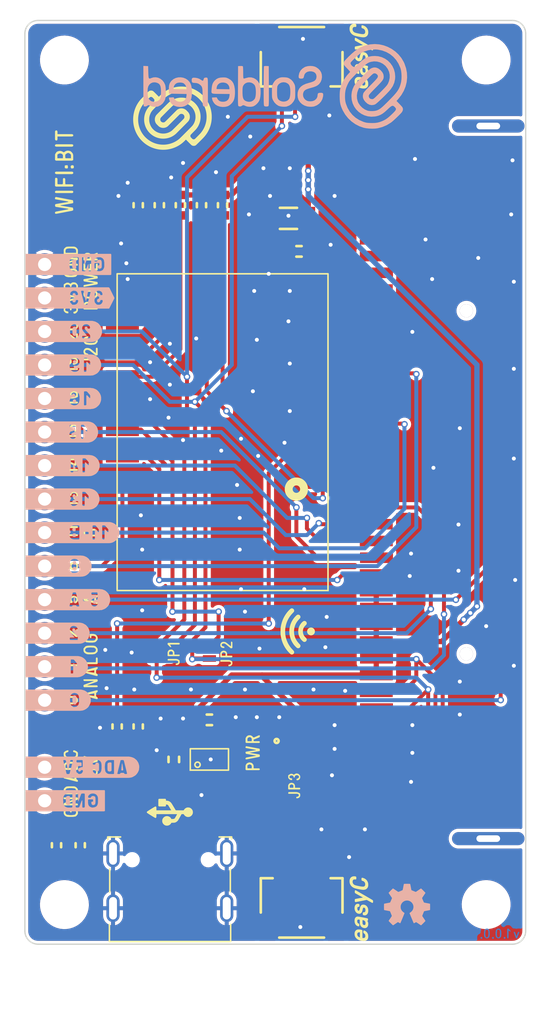
<source format=kicad_pcb>
(kicad_pcb (version 20210623) (generator pcbnew)
  (layers (0 "F.Cu" signal) (31 "B.Cu" signal) (34 "B.Paste" user) (35 "F.Paste" user) (36 "B.SilkS" user "B.Silkscreen") (37 "F.SilkS" user "F.Silkscreen") (38 "B.Mask" user) (39 "F.Mask" user) (44 "Edge.Cuts" user))
  (net 0 "")
  (net 1 "GND")
  (net 2 "3V3")
  (net 3 "VUSB")
  (net 4 "GPIO4")
  (net 5 "P20")
  (net 6 "GPIO5")
  (net 7 "P19")
  (net 8 "ADC-5V")
  (net 9 "Net-(K5-PadA5)")
  (net 13 "Net-(K5-PadB5)")
  (net 17 "P3")
  (net 18 "P0")
  (net 19 "P4")
  (net 20 "P5")
  (net 21 "P6")
  (net 22 "P7")
  (net 23 "P1")
  (net 24 "TXD")
  (net 25 "P9")
  (net 26 "P10")
  (net 27 "P11")
  (net 28 "P12")
  (net 29 "P2")
  (net 30 "P13")
  (net 31 "P14")
  (net 32 "P15")
  (net 33 "RXD")
  (net 34 "GPIO15")
  (net 35 "GPIO2")
  (net 36 "GPIO0")
  (net 37 "EN")
  (net 38 "RESET")
  (net 39 "ADC")
  (net 40 "GPIO16")
  (net 41 "GPIO14")
  (net 42 "GPIO12")
  (net 43 "GPIO13")
  (net 45 "Net-(D1-Pad1)")
  (net 46 "Net-(JP3-Pad2)")
  (footprint "e-radionica.com footprinti:0402LED" (layer "F.Cu") (at 98.5 144.5 90)
    (fp_text reference "D1")
    (fp_text value "purple")
  )
  (footprint "e-radionica.com footprinti:SMD_JUMPER_CONNECTED" (layer "F.Cu") (at 90 137 -90)
    (fp_text reference "JP1")
    (fp_text value "SMD-JUMPER-CONNECTED")
  )
  (footprint "e-radionica.com footprinti:ESP 8266(ESP12-F)" (layer "F.Cu") (at 95 124 180)
    (fp_text reference "U1")
    (fp_text value "ESP8266(ESP12-F)")
  )
  (footprint "e-radionica.com footprinti:0603R" (layer "F.Cu") (at 93.4 103 90)
    (fp_text reference "R5")
    (fp_text value "10k")
  )
  (footprint "e-radionica.com footprinti:SMD_JUMPER_CONNECTED" (layer "F.Cu") (at 94 137 -90)
    (fp_text reference "JP2")
    (fp_text value "SMD-JUMPER-CONNECTED")
  )
  (footprint "e-radionica.com footprinti:easyC-connector" (layer "F.Cu") (at 101 92.3)
    (fp_text reference "K2")
    (fp_text value "easyC-SMD")
  )
  (footprint "e-radionica.com footprinti:SMD-JUMPER-CONNECTED_TRACE_SLODERMASK" (layer "F.Cu") (at 99.25 147 90)
    (fp_text reference "JP3")
    (fp_text value "SMD-JUMPER-CONNECTED_TRACE_SLODERMASK")
  )
  (footprint "e-radionica.com footprinti:0603R" (layer "F.Cu") (at 87 142.5 -90)
    (fp_text reference "R6")
    (fp_text value "10k")
  )
  (footprint "buzzardLabel" (layer "F.Cu") (at 83.5 145.5 90)
    (fp_text reference "")
    (fp_text value "")
  )
  (footprint "e-radionica.com footprinti:0603C" (layer "F.Cu") (at 91.3 145 -90)
    (fp_text reference "C3")
    (fp_text value "2.2uF")
  )
  (footprint "e-radionica.com footprinti:MC127-140-002" (layer "F.Cu") (at 113.5 124 -90)
    (fp_text reference "K6")
    (fp_text value "MIC127-140-002")
  )
  (footprint "buzzardLabel" (layer "F.Cu") (at 83.5 130.35 90)
    (fp_text reference "")
    (fp_text value "")
  )
  (footprint "buzzardLabel" (layer "F.Cu") (at 83.5 140.51 90)
    (fp_text reference "")
    (fp_text value "")
  )
  (footprint "e-radionica.com footprinti:HOLE_3.2mm" (layer "F.Cu") (at 83 156)
    (fp_text reference "H1" hide)
    (fp_text value "HOLE_3.2mm" hide)
  )
  (footprint "e-radionica.com footprinti:FIDUCIAL_23" (layer "F.Cu") (at 110 156.5)
    (fp_text reference "FD1")
    (fp_text value "FIDUCIAL")
  )
  (footprint "e-radionica.com footprinti:0603R" (layer "F.Cu") (at 90.2 103 90)
    (fp_text reference "R2")
    (fp_text value "10k")
  )
  (footprint "buzzardLabel" (layer "F.Cu") (at 83.5 110.03 90)
    (fp_text reference "")
    (fp_text value "")
  )
  (footprint "buzzardLabel" (layer "F.Cu") (at 83.5 132.89 90)
    (fp_text reference "")
    (fp_text value "")
  )
  (footprint "buzzardLabel" (layer "F.Cu") (at 83 100.5 90)
    (fp_text reference "")
    (fp_text value "")
  )
  (footprint "e-radionica.com footprinti:1206C" (layer "F.Cu") (at 100 104)
    (fp_text reference "C1")
    (fp_text value "10uF")
  )
  (footprint "buzzardLabel" (layer "F.Cu") (at 97.3 144.5 90)
    (fp_text reference "")
    (fp_text value "")
  )
  (footprint "e-radionica.com footprinti:HEADER_MALE_14X1" (layer "F.Cu") (at 81.5 124 90)
    (fp_text reference "K4")
    (fp_text value "HEADER_MALE_14X1")
  )
  (footprint "buzzardLabel" (layer "F.Cu") (at 85 145.5 90)
    (fp_text reference "")
    (fp_text value "")
  )
  (footprint "buzzardLabel" (layer "F.Cu") (at 85 113.84 90)
    (fp_text reference "")
    (fp_text value "")
  )
  (footprint "Soldered Graphics:Logo-Back-OSH-3.5mm" (layer "F.Cu") (at 109 156)
    (fp_text reference "G***" hide)
    (fp_text value "LOGO" hide)
  )
  (footprint "buzzardLabel" (layer "F.Cu") (at 91.3 137 90)
    (fp_text reference "")
    (fp_text value "")
  )
  (footprint "e-radionica.com footprinti:0603R" (layer "F.Cu") (at 84.2 151.5 90)
    (fp_text reference "R10")
    (fp_text value "5.1k")
  )
  (footprint "e-radionica.com footprinti:HEADER_MALE_2X1" (layer "F.Cu") (at 81.5 146.86 90)
    (fp_text reference "K3")
    (fp_text value "HEADER_MALE_2X1")
  )
  (footprint "e-radionica.com footprinti:0402R" (layer "F.Cu") (at 100 144.5 90)
    (fp_text reference "R8")
    (fp_text value "2k2")
  )
  (footprint "buzzardLabel" (layer "F.Cu") (at 83.5 117.65 90)
    (fp_text reference "")
    (fp_text value "")
  )
  (footprint "e-radionica.com footprinti:SOT-23-5" (layer "F.Cu") (at 94 145 90)
    (fp_text reference "U2")
    (fp_text value "SE5218")
  )
  (footprint "e-radionica.com footprinti:HOLE_3.2mm" (layer "F.Cu") (at 83 92)
    (fp_text reference "H3" hide)
    (fp_text value "HOLE_3.2mm" hide)
  )
  (footprint "buzzardLabel" (layer "F.Cu") (at 83.5 127.81 90)
    (fp_text reference "")
    (fp_text value "")
  )
  (footprint "Soldered Graphics:Logo-Back-SolderedFULL-20mm" (layer "F.Cu") (at 99 94)
    (fp_text reference "REF**" hide)
    (fp_text value "Logo-Front-SolderedFULL-20mm" hide)
  )
  (footprint "buzzardLabel" (layer "F.Cu") (at 83.5 120.19 90)
    (fp_text reference "")
    (fp_text value "")
  )
  (footprint "buzzardLabel" (layer "F.Cu") (at 83.5 115.11 90)
    (fp_text reference "")
    (fp_text value "")
  )
  (footprint "buzzardLabel" (layer "F.Cu") (at 95.3 137 90)
    (fp_text reference "")
    (fp_text value "")
  )
  (footprint "e-radionica.com footprinti:HOLE_3.2mm" (layer "F.Cu") (at 115 156)
    (fp_text reference "H2" hide)
    (fp_text value "HOLE_3.2mm" hide)
  )
  (footprint "buzzardLabel" (layer "F.Cu") (at 85 132.89 90)
    (fp_text reference "")
    (fp_text value "")
  )
  (footprint "Soldered Graphics:Logo-Front-easyC-5mm" (layer "F.Cu") (at 105.5 156.3 90)
    (fp_text reference "G***" hide)
    (fp_text value "LOGO" hide)
  )
  (footprint "e-radionica.com footprinti:0603C" (layer "F.Cu") (at 94 142 180)
    (fp_text reference "C4")
    (fp_text value "2.2uF")
  )
  (footprint "Soldered Graphics:Symbol-Front-WiFi" (layer "F.Cu") (at 100.7 135.3 90)
    (fp_text reference "REF**" hide)
    (fp_text value "Symbol-Front-WiFi" hide)
  )
  (footprint "e-radionica.com footprinti:0603C" (layer "F.Cu") (at 100.8 106.5)
    (fp_text reference "C2")
    (fp_text value "100nF")
  )
  (footprint "e-radionica.com footprinti:U262-161N-4BVC11" (layer "F.Cu") (at 91 153.8)
    (fp_text reference "K5")
    (fp_text value "U262-161N-4BVC11")
  )
  (footprint "e-radionica.com footprinti:HOLE_3.2mm" (layer "F.Cu") (at 115 92)
    (fp_text reference "H4" hide)
    (fp_text value "HOLE_3.2mm" hide)
  )
  (footprint "e-radionica.com footprinti:0603R" (layer "F.Cu") (at 82.4 151.5 90)
    (fp_text reference "R9")
    (fp_text value "5.1k")
  )
  (footprint "buzzardLabel" (layer "F.Cu") (at 83.5 122.73 90)
    (fp_text reference "")
    (fp_text value "")
  )
  (footprint "e-radionica.com footprinti:0603R" (layer "F.Cu") (at 91.8 103 90)
    (fp_text reference "R3")
    (fp_text value "10k")
  )
  (footprint "buzzardLabel" (layer "F.Cu") (at 83.5 135.43 90)
    (fp_text reference "")
    (fp_text value "")
  )
  (footprint "buzzardLabel" (layer "F.Cu") (at 83.5 148.2 90)
    (fp_text reference "")
    (fp_text value "")
  )
  (footprint "e-radionica.com footprinti:0603R" (layer "F.Cu") (at 88.6 142.5 -90)
    (fp_text reference "R7")
    (fp_text value "2k49")
  )
  (footprint "buzzardLabel" (layer "F.Cu") (at 85 127.81 90)
    (fp_text reference "")
    (fp_text value "")
  )
  (footprint "buzzardLabel" (layer "F.Cu") (at 85 137.97 90)
    (fp_text reference "")
    (fp_text value "")
  )
  (footprint "buzzardLabel" (layer "F.Cu") (at 83.5 107.3 90)
    (fp_text reference "")
    (fp_text value "")
  )
  (footprint "e-radionica.com footprinti:0603R" (layer "F.Cu") (at 88.6 103 -90)
    (fp_text reference "R1")
    (fp_text value "10k")
  )
  (footprint "Soldered Graphics:Symbol-Front-USB" (layer "F.Cu") (at 91 149 90)
    (fp_text reference "G***" hide)
    (fp_text value "LOGO" hide)
  )
  (footprint "e-radionica.com footprinti:easyC-connector" (layer "F.Cu") (at 101 155.7 180)
    (fp_text reference "K1")
    (fp_text value "easyC-SMD")
  )
  (footprint "e-radionica.com footprinti:0603R" (layer "F.Cu") (at 95 103 90)
    (fp_text reference "R4")
    (fp_text value "10k")
  )
  (footprint "Soldered Graphics:Logo-Front-easyC-5mm" (layer "F.Cu") (at 105.5 91.7 90)
    (fp_text reference "G***" hide)
    (fp_text value "LOGO" hide)
  )
  (footprint "Soldered Graphics:Logo-Front-Soldered-6mm" (layer "F.Cu") (at 91.2 96.4 90)
    (fp_text reference "G***" hide)
    (fp_text value "LOGO" hide)
  )
  (footprint "buzzardLabel" (layer "F.Cu") (at 83.5 137.97 90)
    (fp_text reference "")
    (fp_text value "")
  )
  (footprint "buzzardLabel" (layer "F.Cu") (at 83.5 112.57 90)
    (fp_text reference "")
    (fp_text value "")
  )
  (footprint "buzzardLabel" (layer "F.Cu") (at 100.45 147 90)
    (fp_text reference "")
    (fp_text value "")
  )
  (footprint "buzzardLabel" (layer "F.Cu") (at 83.5 125.27 90)
    (fp_text reference "")
    (fp_text value "")
  )
  (footprint "buzzardLabel" (layer "F.Cu") (at 85 108.76 90)
    (fp_text reference "")
    (fp_text value "")
  )
  (footprint "buzzardLabel" (layer "B.Cu") (at 79.6 130.35 180)
    (fp_text reference "")
    (fp_text value "")
  )
  (footprint "buzzardLabel" (layer "B.Cu") (at 79.6 120.19 180)
    (fp_text reference "")
    (fp_text value "")
  )
  (footprint "buzzardLabel" (layer "B.Cu") (at 79.6 137.97 180)
    (fp_text reference "")
    (fp_text value "")
  )
  (footprint "buzzardLabel" (layer "B.Cu") (at 79.6 148.13 180)
    (fp_text reference "")
    (fp_text value "")
  )
  (footprint "buzzardLabel" (layer "B.Cu") (at 79.6 135.43 180)
    (fp_text reference "")
    (fp_text value "")
  )
  (footprint "buzzardLabel" (layer "B.Cu") (at 79.6 110.03 180)
    (fp_text reference "")
    (fp_text value "")
  )
  (footprint "buzzardLabel" (layer "B.Cu") (at 79.6 117.65 180)
    (fp_text reference "")
    (fp_text value "")
  )
  (footprint "buzzardLabel" (layer "B.Cu") (at 79.6 140.51 180)
    (fp_text reference "")
    (fp_text value "")
  )
  (footprint "buzzardLabel" (layer "B.Cu") (at 79.6 115.11 180)
    (fp_text reference "")
    (fp_text value "")
  )
  (footprint "buzzardLabel" (layer "B.Cu") (at 79.6 107.49 180)
    (fp_text reference "")
    (fp_text value "")
  )
  (footprint "buzzardLabel" (layer "B.Cu") (at 79.6 127.81 180)
    (fp_text reference "")
    (fp_text value "")
  )
  (footprint "buzzardLabel" (layer "B.Cu") (at 79.6 125.27 180)
    (fp_text reference "")
    (fp_text value "")
  )
  (footprint "buzzardLabel" (layer "B.Cu") (at 79.6 122.73 180)
    (fp_text reference "")
    (fp_text value "")
  )
  (footprint "Soldered Graphics:Version1.0.0." (layer "B.Cu") (at 116 158.2 180)
    (fp_text reference "Ref**" hide)
    (fp_text value "Val**" hide)
  )
  (footprint "buzzardLabel" (layer "B.Cu") (at 79.6 112.57 180)
    (fp_text reference "")
    (fp_text value "")
  )
  (footprint "buzzardLabel" (layer "B.Cu") (at 79.6 132.89 180)
    (fp_text reference "")
    (fp_text value "")
  )
  (footprint "buzzardLabel" (layer "B.Cu") (at 79.6 145.59 180)
    (fp_text reference "")
    (fp_text value "")
  )
  (gr_arc (start 81 158) (end 81 159) (angle 90) (layer "Edge.Cuts") (width 0.1))
  (gr_line (start 81 89) (end 117 89) (layer "Edge.Cuts") (width 0.1))
  (gr_line (start 117 159) (end 81 159) (layer "Edge.Cuts") (width 0.1))
  (gr_arc (start 117 89.999997) (end 117 89) (angle 90) (layer "Edge.Cuts") (width 0.1))
  (gr_arc (start 80.999997 90) (end 81 89) (angle -90) (layer "Edge.Cuts") (width 0.1))
  (gr_arc (start 117 158) (end 117 159) (angle -90) (layer "Edge.Cuts") (width 0.1))
  (gr_line (start 80 158) (end 80 90) (layer "Edge.Cuts") (width 0.1))
  (gr_line (start 118 90) (end 118 158) (layer "Edge.Cuts") (width 0.1))
  (via (at 85.7 142.6) (size 0.5) (drill 0.3) (layers "F.Cu" "B.Cu") (net 1))
  (via (at 96.1 124.2) (size 0.5) (drill 0.3) (layers "F.Cu" "B.Cu") (net 1))
  (via (at 104.6 152.4) (size 0.5) (drill 0.3) (layers "F.Cu" "B.Cu") (net 1))
  (via (at 96.3 129.1) (size 0.5) (drill 0.3) (layers "F.Cu" "B.Cu") (net 1))
  (via (at 117 99.6) (size 0.5) (drill 0.3) (layers "F.Cu" "B.Cu") (net 1))
  (via (at 92 99.8) (size 0.5) (drill 0.3) (layers "F.Cu" "B.Cu") (net 1))
  (via (at 88.9 129.1) (size 0.5) (drill 0.3) (layers "F.Cu" "B.Cu") (net 1))
  (via (at 91 116.6) (size 0.5) (drill 0.3) (layers "F.Cu" "B.Cu") (net 1))
  (via (at 117.1 137.9) (size 0.5) (drill 0.3) (layers "F.Cu" "B.Cu") (net 1))
  (via (at 101.9 139.7) (size 0.5) (drill 0.3) (layers "F.Cu" "B.Cu") (net 1))
  (via (at 98.5 108.2) (size 0.5) (drill 0.3) (layers "F.Cu" "B.Cu") (net 1))
  (via (at 96.7 133.8) (size 0.5) (drill 0.3) (layers "F.Cu" "B.Cu") (net 1))
  (via (at 96.3 126.7) (size 0.5) (drill 0.3) (layers "F.Cu" "B.Cu") (net 1))
  (via (at 90.3 141.9) (size 0.5) (drill 0.3) (layers "F.Cu" "B.Cu") (net 1))
  (via (at 104.3 139.8) (size 0.5) (drill 0.3) (layers "F.Cu" "B.Cu") (net 1))
  (via (at 109.3 146.7) (size 0.5) (drill 0.3) (layers "F.Cu" "B.Cu") (net 1))
  (via (at 109.3 129.4) (size 0.5) (drill 0.3) (layers "F.Cu" "B.Cu") (net 1))
  (via (at 92 120.8) (size 0.5) (drill 0.3) (layers "F.Cu" "B.Cu") (net 1))
  (via (at 103.5 102.3) (size 0.5) (drill 0.3) (layers "F.Cu" "B.Cu") (net 1))
  (via (at 101.1 90.4) (size 0.5) (drill 0.3) (layers "F.Cu" "B.Cu") (net 1))
  (via (at 91 113.5) (size 0.5) (drill 0.3) (layers "F.Cu" "B.Cu") (net 1))
  (via (at 87.8 108.6) (size 0.5) (drill 0.3) (layers "F.Cu" "B.Cu") (net 1))
  (via (at 87.8 101.3) (size 0.5) (drill 0.3) (layers "F.Cu" "B.Cu") (net 1))
  (via (at 109.4 112.6) (size 0.5) (drill 0.3) (layers "F.Cu" "B.Cu") (net 1))
  (via (at 117.1 122.2) (size 0.5) (drill 0.3) (layers "F.Cu" "B.Cu") (net 1))
  (via (at 103.3 146.2) (size 0.5) (drill 0.3) (layers "F.Cu" "B.Cu") (net 1))
  (via (at 92 141.9) (size 0.5) (drill 0.3) (layers "F.Cu" "B.Cu") (net 1))
  (via (at 109.4 142.4) (size 0.5) (drill 0.3) (layers "F.Cu" "B.Cu") (net 1))
  (via (at 88.8 126.5) (size 0.5) (drill 0.3) (layers "F.Cu" "B.Cu") (net 1))
  (via (at 97.4 109.5) (size 0.5) (drill 0.3) (layers "F.Cu" "B.Cu") (net 1))
  (via (at 96.4 120.7) (size 0.5) (drill 0.3) (layers "F.Cu" "B.Cu") (net 1))
  (via (at 100.1 109.5) (size 0.5) (drill 0.3) (layers "F.Cu" "B.Cu") (net 1))
  (via (at 116.9 103.7) (size 0.5) (drill 0.3) (layers "F.Cu" "B.Cu") (net 1))
  (via (at 102.8 136.5) (size 0.5) (drill 0.3) (layers "F.Cu" "B.Cu") (net 1))
  (via (at 115 134.9) (size 0.5) (drill 0.3) (layers "F.Cu" "B.Cu") (net 1))
  (via (at 103.1 96.2) (size 0.5) (drill 0.3) (layers "F.Cu" "B.Cu") (net 1))
  (via (at 102.9 134.2) (size 0.5) (drill 0.3) (layers "F.Cu" "B.Cu") (net 1))
  (via (at 97.6 113.2) (size 0.5) (drill 0.3) (layers "F.Cu" "B.Cu") (net 1))
  (via (at 97.3 117.1) (size 0.5) (drill 0.3) (layers "F.Cu" "B.Cu") (net 1))
  (via (at 96.7 139.7) (size 0.5) (drill 0.3) (layers "F.Cu" "B.Cu") (net 1))
  (via (at 96.4 132.1) (size 0.5) (drill 0.3) (layers "F.Cu" "B.Cu") (net 1))
  (via (at 100.1 100.2) (size 0.5) (drill 0.3) (layers "F.Cu" "B.Cu") (net 1))
  (via (at 103.5 144.2) (size 0.5) (drill 0.3) (layers "F.Cu" "B.Cu") (net 1))
  (via (at 97.7 122) (size 0.5) (drill 0.3) (layers "F.Cu" "B.Cu") (net 1))
  (via (at 103.2 106) (size 0.5) (drill 0.3) (layers "F.Cu" "B.Cu") (net 1))
  (via (at 99.7 121) (size 0.5) (drill 0.3) (layers "F.Cu" "B.Cu") (net 1))
  (via (at 99.3 141.8) (size 0.5) (drill 0.3) (layers "F.Cu" "B.Cu") (net 1))
  (via (at 97.8 136.6) (size 0.5) (drill 0.3) (layers "F.Cu" "B.Cu") (net 1))
  (via (at 113 139.1) (size 0.5) (drill 0.3) (layers "F.Cu" "B.Cu") (net 1))
  (via (at 98.6 102.3) (size 0.5) (drill 0.3) (layers "F.Cu" "B.Cu") (net 1))
  (via (at 114.4 107) (size 0.5) (drill 0.3) (layers "F.Cu" "B.Cu") (net 1))
  (via (at 117.2 131.4) (size 0.5) (drill 0.3) (layers "F.Cu" "B.Cu") (net 1))
  (via (at 109.6 99.5) (size 0.5) (drill 0.3) (layers "F.Cu" "B.Cu") (net 1))
  (via (at 96 141.8) (size 0.5) (drill 0.3) (layers "F.Cu" "B.Cu") (net 1))
  (via (at 100.1 118.6) (size 0.5) (drill 0.3) (layers "F.Cu" "B.Cu") (net 1))
  (via (at 101.2 132.1) (size 0.5) (drill 0.3) (layers "F.Cu" "B.Cu") (net 1))
  (via (at 111 122.9) (size 0.5) (drill 0.3) (layers "F.Cu" "B.Cu") (net 1))
  (via (at 92.6 139.7) (size 0.5) (drill 0.3) (layers "F.Cu" "B.Cu") (net 1))
  (via (at 87.1 102.3) (size 0.5) (drill 0.3) (layers "F.Cu" "B.Cu") (net 1))
  (via (at 100.1 115) (size 0.5) (drill 0.3) (layers "F.Cu" "B.Cu") (net 1))
  (via (at 87.3 105.9) (size 0.5) (drill 0.3) (layers "F.Cu" "B.Cu") (net 1))
  (via (at 117.1 115.4) (size 0.5) (drill 0.3) (layers "F.Cu" "B.Cu") (net 1))
  (via (at 91.1 100.9) (size 0.5) (drill 0.3) (layers "F.Cu" "B.Cu") (net 1))
  (via (at 88.1 136.9) (size 0.5) (drill 0.3) (layers "F.Cu" "B.Cu") (net 1))
  (via (at 93 113.1) (size 0.5) (drill 0.3) (layers "F.Cu" "B.Cu") (net 1))
  (via (at 117.1 108.8) (size 0.5) (drill 0.3) (layers "F.Cu" "B.Cu") (net 1))
  (via (at 112.9 130.7) (size 0.5) (drill 0.3) (layers "F.Cu" "B.Cu") (net 1))
  (via (at 94.5 100.5) (size 0.5) (drill 0.3) (layers "F.Cu" "B.Cu") (net 1))
  (via (at 113 141.6) (size 0.5) (drill 0.3) (layers "F.Cu" "B.Cu") (net 1))
  (via (at 102.5 150.3) (size 0.5) (drill 0.3) (layers "F.Cu" "B.Cu") (net 1))
  (via (at 109.2 131.1) (size 0.5) (drill 0.3) (layers "F.Cu" "B.Cu") (net 1))
  (via (at 86.1 136.7) (size 0.5) (drill 0.3) (layers "F.Cu" "B.Cu") (net 1))
  (via (at 95.4 96.3) (size 0.5) (drill 0.3) (layers "F.Cu" "B.Cu") (net 1))
  (via (at 103.5 142.4) (size 0.5) (drill 0.3) (layers "F.Cu" "B.Cu") (net 1))
  (via (at 100.9 157.7) (size 0.5) (drill 0.3) (layers "F.Cu" "B.Cu") (net 1))
  (via (at 94.9 121.6) (size 0.5) (drill 0.3) (layers "F.Cu" "B.Cu") (net 1))
  (via (at 88.9 133.7) (size 0.5) (drill 0.3) (layers "F.Cu" "B.Cu") (net 1))
  (via (at 98.1 100.2) (size 0.5) (drill 0.3) (layers "F.Cu" "B.Cu") (net 1))
  (via (at 100 103.8) (size 0.5) (drill 0.3) (layers "F.Cu" "B.Cu") (net 1))
  (via (at 105.8 150.3) (size 0.5) (drill 0.3) (layers "F.Cu" "B.Cu") (net 1))
  (via (at 97.6 141.8) (size 0.5) (drill 0.3) (layers "F.Cu" "B.Cu") (net 1))
  (via (at 110.9 108.6) (size 0.5) (drill 0.3) (layers "F.Cu" "B.Cu") (net 1))
  (via (at 97.1 97.8) (size 0.5) (drill 0.3) (layers "F.Cu" "B.Cu") (net 1))
  (via (at 89.5 117.7) (size 0.5) (drill 0.3) (layers "F.Cu" "B.Cu") (net 1))
  (via (at 93.4 147.7) (size 0.5) (drill 0.3) (layers "F.Cu" "B.Cu") (net 1))
  (via (at 87.7 107.4) (size 0.5) (drill 0.3) (layers "F.Cu" "B.Cu") (net 1))
  (via (at 90 144.3) (size 0.5) (drill 0.3) (layers "F.Cu" "B.Cu") (net 1))
  (via (at 109.4 144.5) (size 0.5) (drill 0.3) (layers "F.Cu" "B.Cu") (net 1))
  (via (at 97 103.7) (size 0.5) (drill 0.3) (layers "F.Cu" "B.Cu") (net 1))
  (via (at 112.9 127.2) (size 0.5) (drill 0.3) (layers "F.Cu" "B.Cu") (net 1))
  (via (at 94.1 145) (size 0.5) (drill 0.3) (layers "F.Cu" "B.Cu") (net 1))
  (via (at 113 119.9) (size 0.5) (drill 0.3) (layers "F.Cu" "B.Cu") (net 1))
  (via (at 90.9 119.1) (size 0.5) (drill 0.3) (layers "F.Cu" "B.Cu") (net 1))
  (via (at 100 111.8) (size 0.5) (drill 0.3) (layers "F.Cu" "B.Cu") (net 1))
  (via (at 89.5 114.9) (size 0.5) (drill 0.3) (layers "F.Cu" "B.Cu") (net 1))
  (via (at 86.2 139.6) (size 0.5) (drill 0.3) (layers "F.Cu" "B.Cu") (net 1))
  (via (at 110.4 105.6) (size 0.5) (drill 0.3) (layers "F.Cu" "B.Cu") (net 1))
  (via (at 88.3 139.7) (size 0.5) (drill 0.3) (layers "F.Cu" "B.Cu") (net 1))
  (segment (start 97.995 138.605) (end 106.66 138.605) (width 0.4) (layer "F.Cu") (net 2))
  (segment (start 101.5 94.45) (end 101.5 99.6) (width 0.4) (layer "F.Cu") (net 2))
  (segment (start 85.6 102.1) (end 87.2 100.5) (width 0.4) (layer "F.Cu") (net 2))
  (segment (start 87.2 100.5) (end 89.3 100.5) (width 0.4) (layer "F.Cu") (net 2))
  (segment (start 101.525 104) (end 101.525 106.495) (width 0.4) (layer "F.Cu") (net 2))
  (segment (start 113.3 134.4) (end 111.635 136.065) (width 0.4) (layer "F.Cu") (net 2))
  (segment (start 81.5 110.03) (end 83.07 110.03) (width 0.4) (layer "F.Cu") (net 2))
  (segment (start 93.05 143.7) (end 93.05 142.22) (width 0.4) (layer "F.Cu") (net 2))
  (segment (start 111.635 136.065) (end 106.66 136.065) (width 0.4) (layer "F.Cu") (net 2))
  (segment (start 99.25 147.35) (end 100.65 148.75) (width 0.254) (layer "F.Cu") (net 2))
  (segment (start 96.5 101.4) (end 100 101.4) (width 0.4) (layer "F.Cu") (net 2))
  (segment (start 101.53 108.93) (end 102.6 110) (width 0.4) (layer "F.Cu") (net 2))
  (segment (start 83.07 110.03) (end 85.6 107.5) (width 0.4) (layer "F.Cu") (net 2))
  (segment (start 101.5 103.975) (end 101.525 104) (width 0.4) (layer "F.Cu") (net 2))
  (segment (start 93.05 142.22) (end 93.27 142) (width 0.4) (layer "F.Cu") (net 2))
  (segment (start 101.5 99.6) (end 101.5 100.4) (width 0.4) (layer "F.Cu") (net 2))
  (segment (start 89.3 100.5) (end 90.2 101.4) (width 0.4) (layer "F.Cu") (net 2))
  (segment (start 93.27 141.03) (end 95.695 138.605) (width 0.4) (layer "F.Cu") (net 2))
  (segment (start 97.995 138.695) (end 97.995 138.605) (width 0.4) (layer "F.Cu") (net 2))
  (segment (start 90.2 101.4) (end 90.2 102.225) (width 0.4) (layer "F.Cu") (net 2))
  (segment (start 101.35 148.75) (end 101.9 148.2) (width 0.4) (layer "F.Cu") (net 2))
  (segment (start 100.5 153.55) (end 100.5 149.6) (width 0.4) (layer "F.Cu") (net 2))
  (segment (start 113.3 134.4) (end 114.3 133.4) (width 0.4) (layer "F.Cu") (net 2))
  (segment (start 93.27 142) (end 93.27 141.03) (width 0.4) (layer "F.Cu") (net 2))
  (segment (start 95.675 102.225) (end 96.5 101.4) (width 0.4) (layer "F.Cu") (net 2))
  (segment (start 95 102.225) (end 95.675 102.225) (width 0.4) (layer "F.Cu") (net 2))
  (segment (start 95.695 138.605) (end 97.995 138.605) (width 0.4) (layer "F.Cu") (net 2))
  (segment (start 101.53 106.5) (end 101.53 108.93) (width 0.4) (layer "F.Cu") (net 2))
  (segment (start 95 102.225) (end 93.4 102.225) (width 0.4) (layer "F.Cu") (net 2))
  (segment (start 100.5 149.6) (end 101.35 148.75) (width 0.4) (layer "F.Cu") (net 2))
  (segment (start 90.2 102.225) (end 91.8 102.225) (width 0.4) (layer "F.Cu") (net 2))
  (segment (start 85.6 107.5) (end 85.6 102.1) (width 0.4) (layer "F.Cu") (net 2))
  (segment (start 101.5 100.4) (end 101.5 102.9) (width 0.4) (layer "F.Cu") (net 2))
  (segment (start 106.66 138.605) (end 106.66 132.255) (width 0.4) (layer "F.Cu") (net 2))
  (segment (start 101.9 148.2) (end 101.9 142.6) (width 0.4) (layer "F.Cu") (net 2))
  (segment (start 101.5 102.9) (end 101.5 103.975) (width 0.4) (layer "F.Cu") (net 2))
  (segment (start 100 101.4) (end 101.5 102.9) (width 0.4) (layer "F.Cu") (net 2))
  (segment (start 101.9 142.6) (end 97.995 138.695) (width 0.4) (layer "F.Cu") (net 2))
  (segment (start 100.65 148.75) (end 101.35 148.75) (width 0.254) (layer "F.Cu") (net 2))
  (segment (start 93.4 102.225) (end 91.8 102.225) (width 0.4) (layer "F.Cu") (net 2))
  (segment (start 101.525 106.495) (end 101.53 106.5) (width 0.4) (layer "F.Cu") (net 2))
  (via (at 101.5 100.4) (size 0.5) (drill 0.3) (layers "F.Cu" "B.Cu") (net 2))
  (via (at 113.8 133.9) (size 0.5) (drill 0.3) (layers "F.Cu" "B.Cu") (net 2))
  (via (at 101.5 101.8) (size 0.5) (drill 0.3) (layers "F.Cu" "B.Cu") (net 2))
  (via (at 113.3 134.4) (size 0.5) (drill 0.3) (layers "F.Cu" "B.Cu") (net 2))
  (via (at 101.5 101.1) (size 0.5) (drill 0.3) (layers "F.Cu" "B.Cu") (net 2))
  (via (at 114.3 133.4) (size 0.5) (drill 0.3) (layers "F.Cu" "B.Cu") (net 2))
  (segment (start 114.3 133.4) (end 114.3 115.1) (width 0.4) (layer "B.Cu") (net 2))
  (segment (start 114.3 133.4) (end 113.3 134.4) (width 0.4) (layer "B.Cu") (net 2))
  (segment (start 114.3 115.1) (end 101.5 102.3) (width 0.4) (layer "B.Cu") (net 2))
  (segment (start 101.5 102.3) (end 101.5 100.4) (width 0.4) (layer "B.Cu") (net 2))
  (segment (start 88.663 151.325) (end 88.663 149.837) (width 0.4) (layer "F.Cu") (net 3))
  (segment (start 94.95 147.75) (end 93.9 148.8) (width 0.254) (layer "F.Cu") (net 3))
  (segment (start 93.9 148.8) (end 92.6 148.8) (width 0.254) (layer "F.Cu") (net 3))
  (segment (start 92.25 148.45) (end 91.3 147.5) (width 0.4) (layer "F.Cu") (net 3))
  (segment (start 91.3 145.73) (end 92.48 145.73) (width 0.4) (layer "F.Cu") (net 3))
  (segment (start 94.95 146.3) (end 94.95 147.75) (width 0.254) (layer "F.Cu") (net 3))
  (segment (start 92.6 148.8) (end 92.25 148.45) (width 0.4) (layer "F.Cu") (net 3))
  (segment (start 90.05 148.45) (end 92.25 148.45) (width 0.4) (layer "F.Cu") (net 3))
  (segment (start 93.363 151.325) (end 93.363 149.563) (width 0.4) (layer "F.Cu") (net 3))
  (segment (start 92.48 145.73) (end 93.05 146.3) (width 0.4) (layer "F.Cu") (net 3))
  (segment (start 88.663 149.837) (end 90.05 148.45) (width 0.4) (layer "F.Cu") (net 3))
  (segment (start 93.363 149.563) (end 92.6 148.8) (width 0.4) (layer "F.Cu") (net 3))
  (segment (start 91.3 147.5) (end 91.3 145.73) (width 0.4) (layer "F.Cu") (net 3))
  (segment (start 92.1 122) (end 92.1 134.4) (width 0.3) (layer "F.Cu") (net 4))
  (segment (start 90 136.5) (end 90 136.65) (width 0.3) (layer "F.Cu") (net 4))
  (segment (start 88.1 118) (end 92.1 122) (width 0.3) (layer "F.Cu") (net 4))
  (segment (start 92.1 134.4) (end 90 136.5) (width 0.3) (layer "F.Cu") (net 4))
  (segment (start 87.4 118) (end 88.1 118) (width 0.3) (layer "F.Cu") (net 4))
  (segment (start 90 137.35) (end 90 138.8) (width 0.3) (layer "F.Cu") (net 5))
  (segment (start 107.3 151.6) (end 110.6 148.3) (width 0.3) (layer "F.Cu") (net 5))
  (segment (start 110.6 148.3) (end 110.6 139.7) (width 0.3) (layer "F.Cu") (net 5))
  (segment (start 92.9 134.8) (end 91.4 136.3) (width 0.3) (layer "F.Cu") (net 5))
  (segment (start 100.5 96.3) (end 100.5 94.45) (width 0.3) (layer "F.Cu") (net 5))
  (segment (start 91.05 137.35) (end 90 137.35) (width 0.3) (layer "F.Cu") (net 5))
  (segment (start 101.5 152.2) (end 102.1 151.6) (width 0.3) (layer "F.Cu") (net 5))
  (segment (start 91.4 136.3) (end 91.4 137) (width 0.3) (layer "F.Cu") (net 5))
  (segment (start 92.3 116) (end 92.3 118.9) (width 0.3) (layer "F.Cu") (net 5))
  (segment (start 102.1 151.6) (end 107.3 151.6) (width 0.3) (layer "F.Cu") (net 5))
  (segment (start 110.6 139.7) (end 109.155 141.145) (width 0.3) (layer "F.Cu") (net 5))
  (segment (start 101.5 153.55) (end 101.5 152.2) (width 0.3) (layer "F.Cu") (net 5))
  (segment (start 91.4 137) (end 91.05 137.35) (width 0.3) (layer "F.Cu") (net 5))
  (segment (start 109.155 141.145) (end 106.68 141.145) (width 0.3) (layer "F.Cu") (net 5))
  (segment (start 92.3 118.9) (end 92.9 119.5) (width 0.3) (layer "F.Cu") (net 5))
  (segment (start 92.9 119.5) (end 92.9 134.8) (width 0.3) (layer "F.Cu") (net 5))
  (via (at 92.3 116) (size 0.5) (drill 0.3) (layers "F.Cu" "B.Cu") (net 5))
  (via (at 110.6 139.7) (size 0.5) (drill 0.3) (layers "F.Cu" "B.Cu") (net 5))
  (via (at 100.5 96.3) (size 0.5) (drill 0.3) (layers "F.Cu" "B.Cu") (net 5))
  (via (at 90 138.8) (size 0.5) (drill 0.3) (layers "F.Cu" "B.Cu") (net 5))
  (segment (start 110.6 139.7) (end 109.7 138.8) (width 0.3) (layer "B.Cu") (net 5))
  (segment (start 88.87 112.57) (end 81.5 112.57) (width 0.3) (layer "B.Cu") (net 5))
  (segment (start 109.7 138.8) (end 90 138.8) (width 0.3) (layer "B.Cu") (net 5))
  (segment (start 92.3 116) (end 88.87 112.57) (width 0.3) (layer "B.Cu") (net 5))
  (segment (start 96.9 96.3) (end 100.5 96.3) (width 0.3) (layer "B.Cu") (net 5))
  (segment (start 92.3 100.9) (end 96.9 96.3) (width 0.3) (layer "B.Cu") (net 5))
  (segment (start 92.3 116) (end 92.3 100.9) (width 0.3) (layer "B.Cu") (net 5))
  (segment (start 94 136.4) (end 94 136.65) (width 0.3) (layer "F.Cu") (net 6))
  (segment (start 88.8 120) (end 87.4 120) (width 0.3) (layer "F.Cu") (net 6))
  (segment (start 94.7 133.8) (end 94.7 135.7) (width 0.3) (layer "F.Cu") (net 6))
  (segment (start 94.7 135.7) (end 94 136.4) (width 0.3) (layer "F.Cu") (net 6))
  (segment (start 91.2 122.4) (end 88.8 120) (width 0.3) (layer "F.Cu") (net 6))
  (segment (start 91.2 133.8) (end 91.2 122.4) (width 0.3) (layer "F.Cu") (net 6))
  (via (at 91.2 133.8) (size 0.5) (drill 0.3) (layers "F.Cu" "B.Cu") (net 6))
  (via (at 94.7 133.8) (size 0.5) (drill 0.3) (layers "F.Cu" "B.Cu") (net 6))
  (segment (start 91.2 133.8) (end 94.7 133.8) (width 0.3) (layer "B.Cu") (net 6))
  (segment (start 92.7 136) (end 92.7 137.4) (width 0.3) (layer "F.Cu") (net 7))
  (segment (start 109.7 138.9) (end 108.725 139.875) (width 0.3) (layer "F.Cu") (net 7))
  (segment (start 109.7 137.4) (end 109.7 138.9) (width 0.3) (layer "F.Cu") (net 7))
  (segment (start 92.75 137.35) (end 92.7 137.4) (width 0.3) (layer "F.Cu") (net 7))
  (segment (start 92.9 117.9) (end 93.7 118.7) (width 0.3) (layer "F.Cu") (net 7))
  (segment (start 111.7 148.8) (end 111.7 139.4) (width 0.3) (layer "F.Cu") (net 7))
  (segment (start 99.5 97) (end 99.5 94.45) (width 0.3) (layer "F.Cu") (net 7))
  (segment (start 93.7 118.7) (end 93.7 135) (width 0.3) (layer "F.Cu") (net 7))
  (segment (start 93.7 135) (end 92.7 136) (width 0.3) (layer "F.Cu") (net 7))
  (segment (start 102.5 153.55) (end 106.95 153.55) (width 0.3) (layer "F.Cu") (net 7))
  (segment (start 106.95 153.55) (end 111.7 148.8) (width 0.3) (layer "F.Cu") (net 7))
  (segment (start 94 137.35) (end 92.75 137.35) (width 0.3) (layer "F.Cu") (net 7))
  (segment (start 108.725 139.875) (end 106.66 139.875) (width 0.3) (layer "F.Cu") (net 7))
  (segment (start 111.7 139.4) (end 109.7 137.4) (width 0.3) (layer "F.Cu") (net 7))
  (via (at 92.7 137.4) (size 0.5) (drill 0.3) (layers "F.Cu" "B.Cu") (net 7))
  (via (at 99.5 97) (size 0.5) (drill 0.3) (layers "F.Cu" "B.Cu") (net 7))
  (via (at 109.7 137.4) (size 0.5) (drill 0.3) (layers "F.Cu" "B.Cu") (net 7))
  (via (at 92.9 117.9) (size 0.5) (drill 0.3) (layers "F.Cu" "B.Cu") (net 7))
  (segment (start 95.7 100.8) (end 95.7 115.1) (width 0.3) (layer "B.Cu") (net 7))
  (segment (start 88.21 115.11) (end 81.5 115.11) (width 0.3) (layer "B.Cu") (net 7))
  (segment (start 91 117.9) (end 88.21 115.11) (width 0.3) (layer "B.Cu") (net 7))
  (segment (start 99.5 97) (end 95.7 100.8) (width 0.3) (layer "B.Cu") (net 7))
  (segment (start 92.7 137.4) (end 109.7 137.4) (width 0.3) (layer "B.Cu") (net 7))
  (segment (start 92.9 117.9) (end 91 117.9) (width 0.3) (layer "B.Cu") (net 7))
  (segment (start 95.7 115.1) (end 92.9 117.9) (width 0.3) (layer "B.Cu") (net 7))
  (segment (start 87 144) (end 87 143.275) (width 0.3) (layer "F.Cu") (net 8))
  (segment (start 81.5 145.59) (end 85.41 145.59) (width 0.3) (layer "F.Cu") (net 8))
  (segment (start 85.41 145.59) (end 87 144) (width 0.3) (layer "F.Cu") (net 8))
  (segment (start 84.2 152.275) (end 84.275 152.275) (width 0.254) (layer "F.Cu") (net 9))
  (segment (start 85.7 153.7) (end 88.6 153.7) (width 0.254) (layer "F.Cu") (net 9))
  (segment (start 89.763 152.537) (end 89.763 151.325) (width 0.254) (layer "F.Cu") (net 9))
  (segment (start 84.275 152.275) (end 85.7 153.7) (width 0.254) (layer "F.Cu") (net 9))
  (segment (start 88.6 153.7) (end 89.763 152.537) (width 0.254) (layer "F.Cu") (net 9))
  (segment (start 92.763 152.337) (end 92.763 151.325) (width 0.254) (layer "F.Cu") (net 13))
  (segment (start 82.475 152.275) (end 84.4 154.2) (width 0.254) (layer "F.Cu") (net 13))
  (segment (start 84.4 154.2) (end 90.9 154.2) (width 0.254) (layer "F.Cu") (net 13))
  (segment (start 82.4 152.275) (end 82.475 152.275) (width 0.254) (layer "F.Cu") (net 13))
  (segment (start 90.9 154.2) (end 92.763 152.337) (width 0.254) (layer "F.Cu") (net 13))
  (segment (start 106.66 100.525) (end 106.68 100.505) (width 0.3) (layer "F.Cu") (net 18))
  (segment (start 106.68 104.315) (end 106.68 103.065) (width 0.3) (layer "F.Cu") (net 18))
  (segment (start 106.68 103.065) (end 106.66 103.045) (width 0.3) (layer "F.Cu") (net 18))
  (segment (start 116.1 140.5) (end 116.1 107.1) (width 0.3) (layer "F.Cu") (net 18))
  (segment (start 116.1 107.1) (end 113.315 104.315) (width 0.3) (layer "F.Cu") (net 18))
  (segment (start 106.66 101.775) (end 106.66 103.045) (width 0.3) (layer "F.Cu") (net 18))
  (segment (start 106.66 101.775) (end 106.66 100.525) (width 0.3) (layer "F.Cu") (net 18))
  (segment (start 113.315 104.315) (end 106.68 104.315) (width 0.3) (layer "F.Cu") (net 18))
  (via (at 116.1 140.5) (size 0.5) (drill 0.3) (layers "F.Cu" "B.Cu") (net 18))
  (segment (start 116.1 140.5) (end 116.09 140.51) (width 0.3) (layer "B.Cu") (net 18))
  (segment (start 116.09 140.51) (end 81.5 140.51) (width 0.3) (layer "B.Cu") (net 18))
  (segment (start 115.2 109.3) (end 112.755 106.855) (width 0.3) (layer "F.Cu") (net 20))
  (segment (start 115.2 130.4) (end 115.2 109.3) (width 0.3) (layer "F.Cu") (net 20))
  (segment (start 112.755 106.855) (end 106.66 106.855) (width 0.3) (layer "F.Cu") (net 20))
  (segment (start 112.7 132.9) (end 115.2 130.4) (width 0.3) (layer "F.Cu") (net 20))
  (via (at 112.7 132.9) (size 0.5) (drill 0.3) (layers "F.Cu" "B.Cu") (net 20))
  (segment (start 112.69 132.89) (end 81.5 132.89) (width 0.3) (layer "B.Cu") (net 20))
  (segment (start 112.7 132.9) (end 112.69 132.89) (width 0.3) (layer "B.Cu") (net 20))
  (segment (start 111.8 115.9) (end 110.375 114.475) (width 0.3) (layer "F.Cu") (net 23))
  (segment (start 110.375 114.475) (end 106.66 114.475) (width 0.3) (layer "F.Cu") (net 23))
  (segment (start 106.66 114.475) (end 106.66 110.665) (width 0.3) (layer "F.Cu") (net 23))
  (segment (start 111.8 134) (end 111.8 115.9) (width 0.3) (layer "F.Cu") (net 23))
  (via (at 111.8 134) (size 0.5) (drill 0.3) (layers "F.Cu" "B.Cu") (net 23))
  (segment (start 111.8 134) (end 111.8 137.1) (width 0.3) (layer "B.Cu") (net 23))
  (segment (start 111.8 137.1) (end 110.8 138.1) (width 0.3) (layer "B.Cu") (net 23))
  (segment (start 110.8 138.1) (end 81.63 138.1) (width 0.3) (layer "B.Cu") (net 23))
  (segment (start 81.63 138.1) (end 81.5 137.97) (width 0.3) (layer "B.Cu") (net 23))
  (segment (start 109.645 115.745) (end 106.68 115.745) (width 0.3) (layer "F.Cu") (net 24))
  (segment (start 87.4 128.8) (end 87.4 124) (width 0.3) (layer "F.Cu") (net 24))
  (segment (start 81.5 130.35) (end 85.85 130.35) (width 0.3) (layer "F.Cu") (net 24))
  (segment (start 85.85 130.35) (end 87.4 128.8) (width 0.3) (layer "F.Cu") (net 24))
  (segment (start 109.7 115.8) (end 109.645 115.745) (width 0.3) (layer "F.Cu") (net 24))
  (via (at 109.7 115.8) (size 0.5) (drill 0.3) (layers "F.Cu" "B.Cu") (net 24))
  (segment (start 106.75 130.35) (end 109.7 127.4) (width 0.3) (layer "B.Cu") (net 24))
  (segment (start 109.7 127.4) (end 109.7 115.8) (width 0.3) (layer "B.Cu") (net 24))
  (segment (start 81.5 130.35) (end 106.75 130.35) (width 0.3) (layer "B.Cu") (net 24))
  (segment (start 108.755 119.555) (end 108.8 119.6) (width 0.3) (layer "F.Cu") (net 27))
  (segment (start 106.68 119.555) (end 108.755 119.555) (width 0.3) (layer "F.Cu") (net 27))
  (via (at 108.8 119.6) (size 0.5) (drill 0.3) (layers "F.Cu" "B.Cu") (net 27))
  (segment (start 98.11 127.81) (end 99.3 129) (width 0.3) (layer "B.Cu") (net 27))
  (segment (start 99.3 129) (end 105.8 129) (width 0.3) (layer "B.Cu") (net 27))
  (segment (start 105.8 129) (end 108.8 126) (width 0.3) (layer "B.Cu") (net 27))
  (segment (start 81.5 127.81) (end 98.11 127.81) (width 0.3) (layer "B.Cu") (net 27))
  (segment (start 108.8 126) (end 108.8 119.6) (width 0.3) (layer "B.Cu") (net 27))
  (segment (start 109.795 125.905) (end 106.68 125.905) (width 0.3) (layer "F.Cu") (net 29))
  (segment (start 109.8 125.9) (end 109.795 125.905) (width 0.3) (layer "F.Cu") (net 29))
  (segment (start 110.8 133.6) (end 110.8 126.9) (width 0.3) (layer "F.Cu") (net 29))
  (segment (start 110.8 126.9) (end 109.8 125.9) (width 0.3) (layer "F.Cu") (net 29))
  (segment (start 106.68 125.905) (end 106.68 122.115) (width 0.3) (layer "F.Cu") (net 29))
  (segment (start 106.68 122.115) (end 106.66 122.095) (width 0.3) (layer "F.Cu") (net 29))
  (via (at 110.8 133.6) (size 0.5) (drill 0.3) (layers "F.Cu" "B.Cu") (net 29))
  (segment (start 108.97 135.43) (end 81.5 135.43) (width 0.3) (layer "B.Cu") (net 29))
  (segment (start 110.8 133.6) (end 108.97 135.43) (width 0.3) (layer "B.Cu") (net 29))
  (segment (start 102.375 127.175) (end 106.66 127.175) (width 0.3) (layer "F.Cu") (net 30))
  (segment (start 102.3 127.1) (end 102.375 127.175) (width 0.3) (layer "F.Cu") (net 30))
  (via (at 102.3 127.1) (size 0.5) (drill 0.3) (layers "F.Cu" "B.Cu") (net 30))
  (segment (start 99.8 128) (end 97.07 125.27) (width 0.3) (layer "B.Cu") (net 30))
  (segment (start 102.3 127.1) (end 101.4 128) (width 0.3) (layer "B.Cu") (net 30))
  (segment (start 97.07 125.27) (end 81.5 125.27) (width 0.3) (layer "B.Cu") (net 30))
  (segment (start 101.4 128) (end 99.8 128) (width 0.3) (layer "B.Cu") (net 30))
  (segment (start 102.345 128.445) (end 106.66 128.445) (width 0.3) (layer "F.Cu") (net 31))
  (segment (start 101.4 127.5) (end 102.345 128.445) (width 0.3) (layer "F.Cu") (net 31))
  (segment (start 101.4 126.7) (end 101.4 127.5) (width 0.3) (layer "F.Cu") (net 31))
  (via (at 101.4 126.7) (size 0.5) (drill 0.3) (layers "F.Cu" "B.Cu") (net 31))
  (segment (start 95.93 122.73) (end 81.5 122.73) (width 0.3) (layer "B.Cu") (net 31))
  (segment (start 99.9 126.7) (end 95.93 122.73) (width 0.3) (layer "B.Cu") (net 31))
  (segment (start 101.4 126.7) (end 99.9 126.7) (width 0.3) (layer "B.Cu") (net 31))
  (segment (start 100.6 125.9) (end 100.6 128.1) (width 0.3) (layer "F.Cu") (net 32))
  (segment (start 102.215 129.715) (end 106.68 129.715) (width 0.3) (layer "F.Cu") (net 32))
  (segment (start 100.6 128.1) (end 102.215 129.715) (width 0.3) (layer "F.Cu") (net 32))
  (via (at 100.6 125.9) (size 0.5) (drill 0.3) (layers "F.Cu" "B.Cu") (net 32))
  (segment (start 100.6 125.9) (end 94.89 120.19) (width 0.3) (layer "B.Cu") (net 32))
  (segment (start 94.89 120.19) (end 81.5 120.19) (width 0.3) (layer "B.Cu") (net 32))
  (segment (start 81.95 117.65) (end 81.5 117.65) (width 0.3) (layer "F.Cu") (net 33))
  (segment (start 90.2 123) (end 89.2 122) (width 0.3) (layer "F.Cu") (net 33))
  (segment (start 104.115 130.985) (end 106.66 130.985) (width 0.3) (layer "F.Cu") (net 33))
  (segment (start 90.2 131.4) (end 90.2 123) (width 0.3) (layer "F.Cu") (net 33))
  (segment (start 87.4 122) (end 86.3 122) (width 0.3) (layer "F.Cu") (net 33))
  (segment (start 89.2 122) (end 87.4 122) (width 0.3) (layer "F.Cu") (net 33))
  (segment (start 103.7 131.4) (end 104.115 130.985) (width 0.3) (layer "F.Cu") (net 33))
  (segment (start 86.3 122) (end 81.95 117.65) (width 0.3) (layer "F.Cu") (net 33))
  (via (at 103.7 131.4) (size 0.5) (drill 0.3) (layers "F.Cu" "B.Cu") (net 33))
  (via (at 90.2 131.4) (size 0.5) (drill 0.3) (layers "F.Cu" "B.Cu") (net 33))
  (segment (start 103.7 131.4) (end 90.2 131.4) (width 0.3) (layer "B.Cu") (net 33))
  (segment (start 88.6 106.1) (end 88.6 103.775) (width 0.3) (layer "F.Cu") (net 34))
  (segment (start 89.6 107.1) (end 88.6 106.1) (width 0.3) (layer "F.Cu") (net 34))
  (segment (start 89.6 111.1) (end 89.6 107.1) (width 0.3) (layer "F.Cu") (net 34))
  (segment (start 87.4 112) (end 88.7 112) (width 0.3) (layer "F.Cu") (net 34))
  (segment (start 88.7 112) (end 89.6 111.1) (width 0.3) (layer "F.Cu") (net 34))
  (segment (start 90.7 112.7) (end 90.7 106) (width 0.3) (layer "F.Cu") (net 35))
  (segment (start 90.7 106) (end 90.2 105.5) (width 0.3) (layer "F.Cu") (net 35))
  (segment (start 90.2 105.5) (end 90.2 103.775) (width 0.3) (layer "F.Cu") (net 35))
  (segment (start 87.4 114) (end 89.4 114) (width 0.3) (layer "F.Cu") (net 35))
  (segment (start 89.4 114) (end 90.7 112.7) (width 0.3) (layer "F.Cu") (net 35))
  (segment (start 89.7 116) (end 91.8 113.9) (width 0.3) (layer "F.Cu") (net 36))
  (segment (start 91.8 113.9) (end 91.8 103.775) (width 0.3) (layer "F.Cu") (net 36))
  (segment (start 87.4 116) (end 89.7 116) (width 0.3) (layer "F.Cu") (net 36))
  (segment (start 102.6 120) (end 98.2 120) (width 0.3) (layer "F.Cu") (net 37))
  (segment (start 95 116.8) (end 95 103.775) (width 0.3) (layer "F.Cu") (net 37))
  (segment (start 98.2 120) (end 95 116.8) (width 0.3) (layer "F.Cu") (net 37))
  (segment (start 93.8 104.175) (end 93.4 103.775) (width 0.3) (layer "F.Cu") (net 38))
  (segment (start 102.6 124) (end 102.6 125.2) (width 0.3) (layer "F.Cu") (net 38))
  (segment (start 95.3 118.6) (end 93.8 117.1) (width 0.3) (layer "F.Cu") (net 38))
  (segment (start 93.8 117.1) (end 93.8 104.175) (width 0.3) (layer "F.Cu") (net 38))
  (via (at 102.6 125.2) (size 0.5) (drill 0.3) (layers "F.Cu" "B.Cu") (net 38))
  (via (at 95.3 118.6) (size 0.5) (drill 0.3) (layers "F.Cu" "B.Cu") (net 38))
  (segment (start 95.3 118.6) (end 101.9 125.2) (width 0.3) (layer "B.Cu") (net 38))
  (segment (start 101.9 125.2) (end 102.6 125.2) (width 0.3) (layer "B.Cu") (net 38))
  (segment (start 98.5 123.3) (end 99.8 122) (width 0.3) (layer "F.Cu") (net 39))
  (segment (start 87 134.7) (end 87 141.725) (width 0.3) (layer "F.Cu") (net 39))
  (segment (start 99.8 122) (end 102.6 122) (width 0.3) (layer "F.Cu") (net 39))
  (segment (start 88.6 141.725) (end 87 141.725) (width 0.3) (layer "F.Cu") (net 39))
  (segment (start 98.5 134.7) (end 98.5 123.3) (width 0.3) (layer "F.Cu") (net 39))
  (via (at 87 134.7) (size 0.5) (drill 0.3) (layers "F.Cu" "B.Cu") (net 39))
  (via (at 98.5 134.7) (size 0.5) (drill 0.3) (layers "F.Cu" "B.Cu") (net 39))
  (segment (start 98.5 134.7) (end 87 134.7) (width 0.3) (layer "B.Cu") (net 39))
  (segment (start 98.65 145.05) (end 99.7 144) (width 0.254) (layer "F.Cu") (net 45))
  (segment (start 99.7 144) (end 100 144) (width 0.254) (layer "F.Cu") (net 45))
  (segment (start 98.5 145.05) (end 98.65 145.05) (width 0.254) (layer "F.Cu") (net 45))
  (segment (start 100 145.4) (end 100 145) (width 0.254) (layer "F.Cu") (net 46))
  (segment (start 99.25 146.15) (end 100 145.4) (width 0.254) (layer "F.Cu") (net 46))
  (segment (start 99.25 146.65) (end 99.25 146.15) (width 0.254) (layer "F.Cu") (net 46))
  (zone (net 1) (net_name "GND") (layers F&B.Cu) (connect_pads (clearance 0.254)) (min_thickness 0.254) (fill yes (thermal_gap 0.254) (thermal_bridge_width 0.3))
    (polygon (pts (xy 118 159) (xy 80 159) (xy 80 89) (xy 118 89)))
  )
)
</source>
